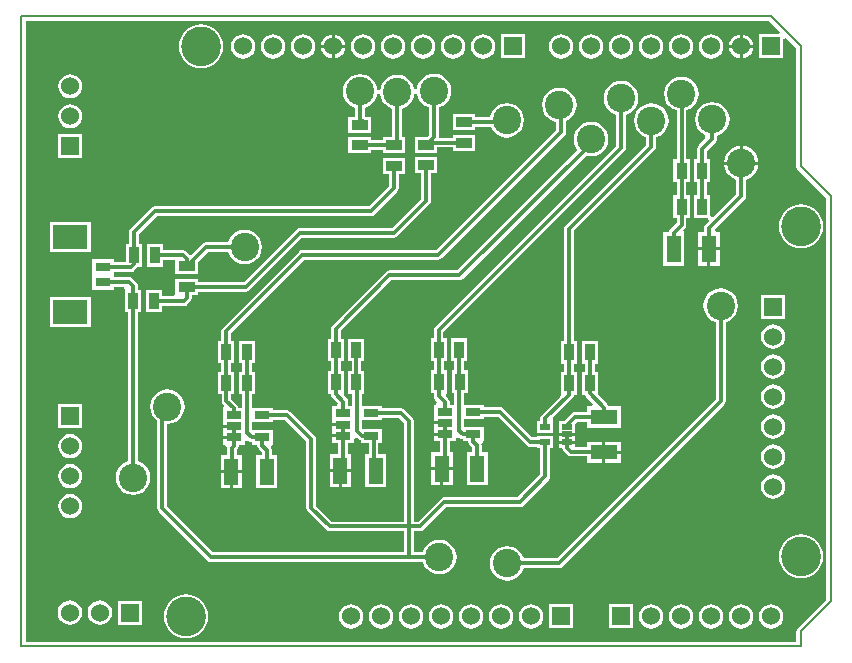
<source format=gtl>
G04 Layer_Physical_Order=1*
G04 Layer_Color=255*
%FSLAX24Y24*%
%MOIN*%
G70*
G01*
G75*
%ADD10R,0.0335X0.0551*%
%ADD11R,0.0512X0.0906*%
%ADD12R,0.0512X0.0276*%
%ADD13R,0.0551X0.0335*%
%ADD14R,0.0335X0.0197*%
%ADD15R,0.0906X0.0512*%
%ADD16R,0.0512X0.0315*%
%ADD17R,0.1181X0.0827*%
%ADD18C,0.0120*%
%ADD19C,0.0050*%
%ADD20C,0.0600*%
%ADD21R,0.0600X0.0600*%
%ADD22R,0.0600X0.0600*%
%ADD23C,0.1260*%
%ADD24C,0.0945*%
G36*
X25291Y20492D02*
X25253Y20400D01*
X24600D01*
Y19600D01*
X25400D01*
Y20253D01*
X25492Y20291D01*
X25847Y19937D01*
Y15990D01*
X25859Y15931D01*
X25892Y15882D01*
X26847Y14927D01*
Y1563D01*
X25892Y608D01*
X25859Y559D01*
X25847Y500D01*
Y153D01*
X153D01*
Y20847D01*
X24937D01*
X25291Y20492D01*
D02*
G37*
%LPC*%
G36*
X13981Y5871D02*
X13675D01*
Y5369D01*
X13981D01*
Y5871D01*
D02*
G37*
G36*
X10995Y5810D02*
X10689D01*
Y5307D01*
X10995D01*
Y5810D01*
D02*
G37*
G36*
X14387Y5871D02*
X14081D01*
Y5369D01*
X14387D01*
Y5871D01*
D02*
G37*
G36*
X19983Y6419D02*
X19480D01*
Y6113D01*
X19983D01*
Y6419D01*
D02*
G37*
G36*
X25070Y6733D02*
X24966Y6720D01*
X24868Y6679D01*
X24785Y6615D01*
X24721Y6532D01*
X24680Y6434D01*
X24667Y6330D01*
X24680Y6226D01*
X24721Y6128D01*
X24785Y6045D01*
X24868Y5981D01*
X24966Y5940D01*
X25070Y5927D01*
X25174Y5940D01*
X25272Y5981D01*
X25355Y6045D01*
X25419Y6128D01*
X25460Y6226D01*
X25473Y6330D01*
X25460Y6434D01*
X25419Y6532D01*
X25355Y6615D01*
X25272Y6679D01*
X25174Y6720D01*
X25070Y6733D01*
D02*
G37*
G36*
X1640Y6083D02*
X1536Y6070D01*
X1438Y6029D01*
X1355Y5965D01*
X1291Y5882D01*
X1250Y5784D01*
X1237Y5680D01*
X1250Y5576D01*
X1291Y5478D01*
X1355Y5395D01*
X1438Y5331D01*
X1536Y5290D01*
X1640Y5277D01*
X1744Y5290D01*
X1842Y5331D01*
X1925Y5395D01*
X1989Y5478D01*
X2030Y5576D01*
X2043Y5680D01*
X2030Y5784D01*
X1989Y5882D01*
X1925Y5965D01*
X1842Y6029D01*
X1744Y6070D01*
X1640Y6083D01*
D02*
G37*
G36*
X25070Y5733D02*
X24966Y5720D01*
X24868Y5679D01*
X24785Y5615D01*
X24721Y5532D01*
X24680Y5434D01*
X24667Y5330D01*
X24680Y5226D01*
X24721Y5128D01*
X24785Y5045D01*
X24868Y4981D01*
X24966Y4940D01*
X25070Y4927D01*
X25174Y4940D01*
X25272Y4981D01*
X25355Y5045D01*
X25419Y5128D01*
X25460Y5226D01*
X25473Y5330D01*
X25460Y5434D01*
X25419Y5532D01*
X25355Y5615D01*
X25272Y5679D01*
X25174Y5720D01*
X25070Y5733D01*
D02*
G37*
G36*
X6959Y5780D02*
X6653D01*
Y5277D01*
X6959D01*
Y5780D01*
D02*
G37*
G36*
X10589Y5810D02*
X10283D01*
Y5307D01*
X10589D01*
Y5810D01*
D02*
G37*
G36*
X7365Y5780D02*
X7059D01*
Y5277D01*
X7365D01*
Y5780D01*
D02*
G37*
G36*
X1640Y7083D02*
X1536Y7070D01*
X1438Y7029D01*
X1355Y6965D01*
X1291Y6882D01*
X1250Y6784D01*
X1237Y6680D01*
X1250Y6576D01*
X1291Y6478D01*
X1355Y6395D01*
X1438Y6331D01*
X1536Y6290D01*
X1640Y6277D01*
X1744Y6290D01*
X1842Y6331D01*
X1925Y6395D01*
X1989Y6478D01*
X2030Y6576D01*
X2043Y6680D01*
X2030Y6784D01*
X1989Y6882D01*
X1925Y6965D01*
X1842Y7029D01*
X1744Y7070D01*
X1640Y7083D01*
D02*
G37*
G36*
X25070Y8733D02*
X24966Y8720D01*
X24868Y8679D01*
X24785Y8615D01*
X24721Y8532D01*
X24680Y8434D01*
X24667Y8330D01*
X24680Y8226D01*
X24721Y8128D01*
X24785Y8045D01*
X24868Y7981D01*
X24966Y7940D01*
X25070Y7927D01*
X25174Y7940D01*
X25272Y7981D01*
X25355Y8045D01*
X25419Y8128D01*
X25460Y8226D01*
X25473Y8330D01*
X25460Y8434D01*
X25419Y8532D01*
X25355Y8615D01*
X25272Y8679D01*
X25174Y8720D01*
X25070Y8733D01*
D02*
G37*
G36*
X19222Y10176D02*
X18687D01*
Y9424D01*
X18791D01*
Y9146D01*
X18687D01*
Y8394D01*
X18800D01*
X18804Y8373D01*
X18839Y8320D01*
X19061Y8098D01*
X19023Y8006D01*
X18877D01*
Y7813D01*
X18460D01*
X18398Y7801D01*
X18345Y7765D01*
X18104Y7524D01*
X17937D01*
Y7127D01*
Y7120D01*
X18204D01*
X18471D01*
Y7127D01*
Y7431D01*
X18528Y7487D01*
X18877D01*
Y7294D01*
X19983D01*
Y8006D01*
X19584D01*
X19581Y8022D01*
X19545Y8075D01*
X19222Y8399D01*
Y9146D01*
X19118D01*
Y9424D01*
X19222D01*
Y10176D01*
D02*
G37*
G36*
X21010Y18107D02*
X20861Y18088D01*
X20721Y18030D01*
X20602Y17938D01*
X20510Y17819D01*
X20452Y17679D01*
X20433Y17530D01*
X20452Y17381D01*
X20510Y17241D01*
X20602Y17122D01*
X20721Y17030D01*
X20837Y16982D01*
Y16718D01*
X18150Y14031D01*
X18115Y13978D01*
X18102Y13916D01*
Y10176D01*
X17998D01*
Y9424D01*
X18102D01*
Y9146D01*
X17998D01*
Y8394D01*
X17998Y8394D01*
X17998D01*
X17953Y8314D01*
X17360Y7721D01*
X17325Y7668D01*
X17313Y7606D01*
Y7524D01*
X17208D01*
Y7127D01*
X17743D01*
Y7524D01*
X17743D01*
X17725Y7624D01*
X18381Y8280D01*
X18416Y8333D01*
X18428Y8394D01*
X18533D01*
Y9146D01*
X18429D01*
Y9424D01*
X18533D01*
Y10176D01*
X18429D01*
Y13848D01*
X21115Y16535D01*
X21151Y16588D01*
X21163Y16650D01*
Y16974D01*
X21299Y17030D01*
X21418Y17122D01*
X21510Y17241D01*
X21568Y17381D01*
X21587Y17530D01*
X21568Y17679D01*
X21510Y17819D01*
X21418Y17938D01*
X21299Y18030D01*
X21159Y18088D01*
X21010Y18107D01*
D02*
G37*
G36*
X25070Y10733D02*
X24966Y10720D01*
X24868Y10679D01*
X24785Y10615D01*
X24721Y10532D01*
X24680Y10434D01*
X24667Y10330D01*
X24680Y10226D01*
X24721Y10128D01*
X24785Y10045D01*
X24868Y9981D01*
X24966Y9940D01*
X25070Y9927D01*
X25174Y9940D01*
X25272Y9981D01*
X25355Y10045D01*
X25419Y10128D01*
X25460Y10226D01*
X25473Y10330D01*
X25460Y10434D01*
X25419Y10532D01*
X25355Y10615D01*
X25272Y10679D01*
X25174Y10720D01*
X25070Y10733D01*
D02*
G37*
G36*
Y9733D02*
X24966Y9720D01*
X24868Y9679D01*
X24785Y9615D01*
X24721Y9532D01*
X24680Y9434D01*
X24667Y9330D01*
X24680Y9226D01*
X24721Y9128D01*
X24785Y9045D01*
X24868Y8981D01*
X24966Y8940D01*
X25070Y8927D01*
X25174Y8940D01*
X25272Y8981D01*
X25355Y9045D01*
X25419Y9128D01*
X25460Y9226D01*
X25473Y9330D01*
X25460Y9434D01*
X25419Y9532D01*
X25355Y9615D01*
X25272Y9679D01*
X25174Y9720D01*
X25070Y9733D01*
D02*
G37*
G36*
X19380Y6825D02*
X18877D01*
Y6659D01*
X18471D01*
Y6764D01*
X18204D01*
X17937D01*
Y6616D01*
X18041D01*
X18053Y6553D01*
X18089Y6500D01*
X18209Y6380D01*
X18262Y6345D01*
X18324Y6333D01*
X18877D01*
Y6113D01*
X19380D01*
Y6469D01*
Y6825D01*
D02*
G37*
G36*
X19983D02*
X19480D01*
Y6519D01*
X19983D01*
Y6825D01*
D02*
G37*
G36*
X18471Y7020D02*
X18204D01*
X17937D01*
Y6872D01*
Y6864D01*
X18204D01*
X18471D01*
Y7020D01*
D02*
G37*
G36*
X2040Y8080D02*
X1240D01*
Y7280D01*
X2040D01*
Y8080D01*
D02*
G37*
G36*
X25070Y7733D02*
X24966Y7720D01*
X24868Y7679D01*
X24785Y7615D01*
X24721Y7532D01*
X24680Y7434D01*
X24667Y7330D01*
X24680Y7226D01*
X24721Y7128D01*
X24785Y7045D01*
X24868Y6981D01*
X24966Y6940D01*
X25070Y6927D01*
X25174Y6940D01*
X25272Y6981D01*
X25355Y7045D01*
X25419Y7128D01*
X25460Y7226D01*
X25473Y7330D01*
X25460Y7434D01*
X25419Y7532D01*
X25355Y7615D01*
X25272Y7679D01*
X25174Y7720D01*
X25070Y7733D01*
D02*
G37*
G36*
X16000Y1403D02*
X15896Y1390D01*
X15798Y1349D01*
X15715Y1285D01*
X15651Y1202D01*
X15610Y1104D01*
X15597Y1000D01*
X15610Y896D01*
X15651Y798D01*
X15715Y715D01*
X15798Y651D01*
X15896Y610D01*
X16000Y597D01*
X16104Y610D01*
X16202Y651D01*
X16285Y715D01*
X16349Y798D01*
X16390Y896D01*
X16403Y1000D01*
X16390Y1104D01*
X16349Y1202D01*
X16285Y1285D01*
X16202Y1349D01*
X16104Y1390D01*
X16000Y1403D01*
D02*
G37*
G36*
X15000D02*
X14896Y1390D01*
X14798Y1349D01*
X14715Y1285D01*
X14651Y1202D01*
X14610Y1104D01*
X14597Y1000D01*
X14610Y896D01*
X14651Y798D01*
X14715Y715D01*
X14798Y651D01*
X14896Y610D01*
X15000Y597D01*
X15104Y610D01*
X15202Y651D01*
X15285Y715D01*
X15349Y798D01*
X15390Y896D01*
X15403Y1000D01*
X15390Y1104D01*
X15349Y1202D01*
X15285Y1285D01*
X15202Y1349D01*
X15104Y1390D01*
X15000Y1403D01*
D02*
G37*
G36*
X17000D02*
X16896Y1390D01*
X16798Y1349D01*
X16715Y1285D01*
X16651Y1202D01*
X16610Y1104D01*
X16597Y1000D01*
X16610Y896D01*
X16651Y798D01*
X16715Y715D01*
X16798Y651D01*
X16896Y610D01*
X17000Y597D01*
X17104Y610D01*
X17202Y651D01*
X17285Y715D01*
X17349Y798D01*
X17390Y896D01*
X17403Y1000D01*
X17390Y1104D01*
X17349Y1202D01*
X17285Y1285D01*
X17202Y1349D01*
X17104Y1390D01*
X17000Y1403D01*
D02*
G37*
G36*
X22000D02*
X21896Y1390D01*
X21798Y1349D01*
X21715Y1285D01*
X21651Y1202D01*
X21610Y1104D01*
X21597Y1000D01*
X21610Y896D01*
X21651Y798D01*
X21715Y715D01*
X21798Y651D01*
X21896Y610D01*
X22000Y597D01*
X22104Y610D01*
X22202Y651D01*
X22285Y715D01*
X22349Y798D01*
X22390Y896D01*
X22403Y1000D01*
X22390Y1104D01*
X22349Y1202D01*
X22285Y1285D01*
X22202Y1349D01*
X22104Y1390D01*
X22000Y1403D01*
D02*
G37*
G36*
X21000D02*
X20896Y1390D01*
X20798Y1349D01*
X20715Y1285D01*
X20651Y1202D01*
X20610Y1104D01*
X20597Y1000D01*
X20610Y896D01*
X20651Y798D01*
X20715Y715D01*
X20798Y651D01*
X20896Y610D01*
X21000Y597D01*
X21104Y610D01*
X21202Y651D01*
X21285Y715D01*
X21349Y798D01*
X21390Y896D01*
X21403Y1000D01*
X21390Y1104D01*
X21349Y1202D01*
X21285Y1285D01*
X21202Y1349D01*
X21104Y1390D01*
X21000Y1403D01*
D02*
G37*
G36*
X11000D02*
X10896Y1390D01*
X10798Y1349D01*
X10715Y1285D01*
X10651Y1202D01*
X10610Y1104D01*
X10597Y1000D01*
X10610Y896D01*
X10651Y798D01*
X10715Y715D01*
X10798Y651D01*
X10896Y610D01*
X11000Y597D01*
X11104Y610D01*
X11202Y651D01*
X11285Y715D01*
X11349Y798D01*
X11390Y896D01*
X11403Y1000D01*
X11390Y1104D01*
X11349Y1202D01*
X11285Y1285D01*
X11202Y1349D01*
X11104Y1390D01*
X11000Y1403D01*
D02*
G37*
G36*
X5500Y1733D02*
X5357Y1719D01*
X5219Y1678D01*
X5093Y1610D01*
X4981Y1519D01*
X4890Y1407D01*
X4822Y1281D01*
X4781Y1143D01*
X4767Y1000D01*
X4781Y857D01*
X4822Y719D01*
X4890Y593D01*
X4981Y481D01*
X5093Y390D01*
X5219Y322D01*
X5357Y281D01*
X5500Y267D01*
X5643Y281D01*
X5781Y322D01*
X5907Y390D01*
X6019Y481D01*
X6110Y593D01*
X6178Y719D01*
X6219Y857D01*
X6233Y1000D01*
X6219Y1143D01*
X6178Y1281D01*
X6110Y1407D01*
X6019Y1519D01*
X5907Y1610D01*
X5781Y1678D01*
X5643Y1719D01*
X5500Y1733D01*
D02*
G37*
G36*
X12000Y1403D02*
X11896Y1390D01*
X11798Y1349D01*
X11715Y1285D01*
X11651Y1202D01*
X11610Y1104D01*
X11597Y1000D01*
X11610Y896D01*
X11651Y798D01*
X11715Y715D01*
X11798Y651D01*
X11896Y610D01*
X12000Y597D01*
X12104Y610D01*
X12202Y651D01*
X12285Y715D01*
X12349Y798D01*
X12390Y896D01*
X12403Y1000D01*
X12390Y1104D01*
X12349Y1202D01*
X12285Y1285D01*
X12202Y1349D01*
X12104Y1390D01*
X12000Y1403D01*
D02*
G37*
G36*
X14000D02*
X13896Y1390D01*
X13798Y1349D01*
X13715Y1285D01*
X13651Y1202D01*
X13610Y1104D01*
X13597Y1000D01*
X13610Y896D01*
X13651Y798D01*
X13715Y715D01*
X13798Y651D01*
X13896Y610D01*
X14000Y597D01*
X14104Y610D01*
X14202Y651D01*
X14285Y715D01*
X14349Y798D01*
X14390Y896D01*
X14403Y1000D01*
X14390Y1104D01*
X14349Y1202D01*
X14285Y1285D01*
X14202Y1349D01*
X14104Y1390D01*
X14000Y1403D01*
D02*
G37*
G36*
X13000D02*
X12896Y1390D01*
X12798Y1349D01*
X12715Y1285D01*
X12651Y1202D01*
X12610Y1104D01*
X12597Y1000D01*
X12610Y896D01*
X12651Y798D01*
X12715Y715D01*
X12798Y651D01*
X12896Y610D01*
X13000Y597D01*
X13104Y610D01*
X13202Y651D01*
X13285Y715D01*
X13349Y798D01*
X13390Y896D01*
X13403Y1000D01*
X13390Y1104D01*
X13349Y1202D01*
X13285Y1285D01*
X13202Y1349D01*
X13104Y1390D01*
X13000Y1403D01*
D02*
G37*
G36*
X23000D02*
X22896Y1390D01*
X22798Y1349D01*
X22715Y1285D01*
X22651Y1202D01*
X22610Y1104D01*
X22597Y1000D01*
X22610Y896D01*
X22651Y798D01*
X22715Y715D01*
X22798Y651D01*
X22896Y610D01*
X23000Y597D01*
X23104Y610D01*
X23202Y651D01*
X23285Y715D01*
X23349Y798D01*
X23390Y896D01*
X23403Y1000D01*
X23390Y1104D01*
X23349Y1202D01*
X23285Y1285D01*
X23202Y1349D01*
X23104Y1390D01*
X23000Y1403D01*
D02*
G37*
G36*
X4030Y1530D02*
X3230D01*
Y730D01*
X4030D01*
Y1530D01*
D02*
G37*
G36*
X2630Y1533D02*
X2526Y1520D01*
X2428Y1479D01*
X2345Y1415D01*
X2281Y1332D01*
X2240Y1234D01*
X2227Y1130D01*
X2240Y1026D01*
X2281Y928D01*
X2345Y845D01*
X2428Y781D01*
X2526Y740D01*
X2630Y727D01*
X2734Y740D01*
X2832Y781D01*
X2915Y845D01*
X2979Y928D01*
X3020Y1026D01*
X3033Y1130D01*
X3020Y1234D01*
X2979Y1332D01*
X2915Y1415D01*
X2832Y1479D01*
X2734Y1520D01*
X2630Y1533D01*
D02*
G37*
G36*
X26000Y3733D02*
X25857Y3719D01*
X25719Y3678D01*
X25593Y3610D01*
X25481Y3519D01*
X25390Y3407D01*
X25322Y3281D01*
X25281Y3143D01*
X25267Y3000D01*
X25281Y2857D01*
X25322Y2719D01*
X25390Y2593D01*
X25481Y2481D01*
X25593Y2390D01*
X25719Y2322D01*
X25857Y2281D01*
X26000Y2267D01*
X26143Y2281D01*
X26281Y2322D01*
X26407Y2390D01*
X26519Y2481D01*
X26610Y2593D01*
X26678Y2719D01*
X26719Y2857D01*
X26733Y3000D01*
X26719Y3143D01*
X26678Y3281D01*
X26610Y3407D01*
X26519Y3519D01*
X26407Y3610D01*
X26281Y3678D01*
X26143Y3719D01*
X26000Y3733D01*
D02*
G37*
G36*
X1640Y5083D02*
X1536Y5070D01*
X1438Y5029D01*
X1355Y4965D01*
X1291Y4882D01*
X1250Y4784D01*
X1237Y4680D01*
X1250Y4576D01*
X1291Y4478D01*
X1355Y4395D01*
X1438Y4331D01*
X1536Y4290D01*
X1640Y4277D01*
X1744Y4290D01*
X1842Y4331D01*
X1925Y4395D01*
X1989Y4478D01*
X2030Y4576D01*
X2043Y4680D01*
X2030Y4784D01*
X1989Y4882D01*
X1925Y4965D01*
X1842Y5029D01*
X1744Y5070D01*
X1640Y5083D01*
D02*
G37*
G36*
X23320Y11937D02*
X23171Y11918D01*
X23031Y11860D01*
X22912Y11768D01*
X22820Y11649D01*
X22762Y11509D01*
X22743Y11360D01*
X22762Y11211D01*
X22820Y11071D01*
X22912Y10952D01*
X23031Y10860D01*
X23157Y10808D01*
Y8238D01*
X17852Y2933D01*
X16752D01*
X16700Y3059D01*
X16608Y3178D01*
X16489Y3270D01*
X16349Y3328D01*
X16200Y3347D01*
X16051Y3328D01*
X15911Y3270D01*
X15792Y3178D01*
X15700Y3059D01*
X15642Y2919D01*
X15623Y2770D01*
X15642Y2621D01*
X15700Y2481D01*
X15792Y2362D01*
X15911Y2270D01*
X16051Y2212D01*
X16200Y2193D01*
X16349Y2212D01*
X16489Y2270D01*
X16608Y2362D01*
X16700Y2481D01*
X16752Y2607D01*
X17920D01*
X17982Y2619D01*
X18035Y2655D01*
X23435Y8055D01*
X23471Y8108D01*
X23483Y8170D01*
Y10808D01*
X23609Y10860D01*
X23728Y10952D01*
X23820Y11071D01*
X23878Y11211D01*
X23897Y11360D01*
X23878Y11509D01*
X23820Y11649D01*
X23728Y11768D01*
X23609Y11860D01*
X23469Y11918D01*
X23320Y11937D01*
D02*
G37*
G36*
X25000Y1403D02*
X24896Y1390D01*
X24798Y1349D01*
X24715Y1285D01*
X24651Y1202D01*
X24610Y1104D01*
X24597Y1000D01*
X24610Y896D01*
X24651Y798D01*
X24715Y715D01*
X24798Y651D01*
X24896Y610D01*
X25000Y597D01*
X25104Y610D01*
X25202Y651D01*
X25285Y715D01*
X25349Y798D01*
X25390Y896D01*
X25403Y1000D01*
X25390Y1104D01*
X25349Y1202D01*
X25285Y1285D01*
X25202Y1349D01*
X25104Y1390D01*
X25000Y1403D01*
D02*
G37*
G36*
X24000D02*
X23896Y1390D01*
X23798Y1349D01*
X23715Y1285D01*
X23651Y1202D01*
X23610Y1104D01*
X23597Y1000D01*
X23610Y896D01*
X23651Y798D01*
X23715Y715D01*
X23798Y651D01*
X23896Y610D01*
X24000Y597D01*
X24104Y610D01*
X24202Y651D01*
X24285Y715D01*
X24349Y798D01*
X24390Y896D01*
X24403Y1000D01*
X24390Y1104D01*
X24349Y1202D01*
X24285Y1285D01*
X24202Y1349D01*
X24104Y1390D01*
X24000Y1403D01*
D02*
G37*
G36*
X18400Y1400D02*
X17600D01*
Y600D01*
X18400D01*
Y1400D01*
D02*
G37*
G36*
X1630Y1533D02*
X1526Y1520D01*
X1428Y1479D01*
X1345Y1415D01*
X1281Y1332D01*
X1240Y1234D01*
X1227Y1130D01*
X1240Y1026D01*
X1281Y928D01*
X1345Y845D01*
X1428Y781D01*
X1526Y740D01*
X1630Y727D01*
X1734Y740D01*
X1832Y781D01*
X1915Y845D01*
X1979Y928D01*
X2020Y1026D01*
X2033Y1130D01*
X2020Y1234D01*
X1979Y1332D01*
X1915Y1415D01*
X1832Y1479D01*
X1734Y1520D01*
X1630Y1533D01*
D02*
G37*
G36*
X20400Y1400D02*
X19600D01*
Y600D01*
X20400D01*
Y1400D01*
D02*
G37*
G36*
X18000Y20403D02*
X17896Y20390D01*
X17798Y20349D01*
X17715Y20285D01*
X17651Y20202D01*
X17610Y20104D01*
X17597Y20000D01*
X17610Y19896D01*
X17651Y19798D01*
X17715Y19715D01*
X17798Y19651D01*
X17896Y19610D01*
X18000Y19597D01*
X18104Y19610D01*
X18202Y19651D01*
X18285Y19715D01*
X18349Y19798D01*
X18390Y19896D01*
X18403Y20000D01*
X18390Y20104D01*
X18349Y20202D01*
X18285Y20285D01*
X18202Y20349D01*
X18104Y20390D01*
X18000Y20403D01*
D02*
G37*
G36*
X15400D02*
X15296Y20390D01*
X15198Y20349D01*
X15115Y20285D01*
X15051Y20202D01*
X15010Y20104D01*
X14997Y20000D01*
X15010Y19896D01*
X15051Y19798D01*
X15115Y19715D01*
X15198Y19651D01*
X15296Y19610D01*
X15400Y19597D01*
X15504Y19610D01*
X15602Y19651D01*
X15685Y19715D01*
X15749Y19798D01*
X15790Y19896D01*
X15803Y20000D01*
X15790Y20104D01*
X15749Y20202D01*
X15685Y20285D01*
X15602Y20349D01*
X15504Y20390D01*
X15400Y20403D01*
D02*
G37*
G36*
X19000D02*
X18896Y20390D01*
X18798Y20349D01*
X18715Y20285D01*
X18651Y20202D01*
X18610Y20104D01*
X18597Y20000D01*
X18610Y19896D01*
X18651Y19798D01*
X18715Y19715D01*
X18798Y19651D01*
X18896Y19610D01*
X19000Y19597D01*
X19104Y19610D01*
X19202Y19651D01*
X19285Y19715D01*
X19349Y19798D01*
X19390Y19896D01*
X19403Y20000D01*
X19390Y20104D01*
X19349Y20202D01*
X19285Y20285D01*
X19202Y20349D01*
X19104Y20390D01*
X19000Y20403D01*
D02*
G37*
G36*
X21000D02*
X20896Y20390D01*
X20798Y20349D01*
X20715Y20285D01*
X20651Y20202D01*
X20610Y20104D01*
X20597Y20000D01*
X20610Y19896D01*
X20651Y19798D01*
X20715Y19715D01*
X20798Y19651D01*
X20896Y19610D01*
X21000Y19597D01*
X21104Y19610D01*
X21202Y19651D01*
X21285Y19715D01*
X21349Y19798D01*
X21390Y19896D01*
X21403Y20000D01*
X21390Y20104D01*
X21349Y20202D01*
X21285Y20285D01*
X21202Y20349D01*
X21104Y20390D01*
X21000Y20403D01*
D02*
G37*
G36*
X20000D02*
X19896Y20390D01*
X19798Y20349D01*
X19715Y20285D01*
X19651Y20202D01*
X19610Y20104D01*
X19597Y20000D01*
X19610Y19896D01*
X19651Y19798D01*
X19715Y19715D01*
X19798Y19651D01*
X19896Y19610D01*
X20000Y19597D01*
X20104Y19610D01*
X20202Y19651D01*
X20285Y19715D01*
X20349Y19798D01*
X20390Y19896D01*
X20403Y20000D01*
X20390Y20104D01*
X20349Y20202D01*
X20285Y20285D01*
X20202Y20349D01*
X20104Y20390D01*
X20000Y20403D01*
D02*
G37*
G36*
X11400D02*
X11296Y20390D01*
X11198Y20349D01*
X11115Y20285D01*
X11051Y20202D01*
X11010Y20104D01*
X10997Y20000D01*
X11010Y19896D01*
X11051Y19798D01*
X11115Y19715D01*
X11198Y19651D01*
X11296Y19610D01*
X11400Y19597D01*
X11504Y19610D01*
X11602Y19651D01*
X11685Y19715D01*
X11749Y19798D01*
X11790Y19896D01*
X11803Y20000D01*
X11790Y20104D01*
X11749Y20202D01*
X11685Y20285D01*
X11602Y20349D01*
X11504Y20390D01*
X11400Y20403D01*
D02*
G37*
G36*
X9400D02*
X9296Y20390D01*
X9198Y20349D01*
X9115Y20285D01*
X9051Y20202D01*
X9010Y20104D01*
X8997Y20000D01*
X9010Y19896D01*
X9051Y19798D01*
X9115Y19715D01*
X9198Y19651D01*
X9296Y19610D01*
X9400Y19597D01*
X9504Y19610D01*
X9602Y19651D01*
X9685Y19715D01*
X9749Y19798D01*
X9790Y19896D01*
X9803Y20000D01*
X9790Y20104D01*
X9749Y20202D01*
X9685Y20285D01*
X9602Y20349D01*
X9504Y20390D01*
X9400Y20403D01*
D02*
G37*
G36*
X12400D02*
X12296Y20390D01*
X12198Y20349D01*
X12115Y20285D01*
X12051Y20202D01*
X12010Y20104D01*
X11997Y20000D01*
X12010Y19896D01*
X12051Y19798D01*
X12115Y19715D01*
X12198Y19651D01*
X12296Y19610D01*
X12400Y19597D01*
X12504Y19610D01*
X12602Y19651D01*
X12685Y19715D01*
X12749Y19798D01*
X12790Y19896D01*
X12803Y20000D01*
X12790Y20104D01*
X12749Y20202D01*
X12685Y20285D01*
X12602Y20349D01*
X12504Y20390D01*
X12400Y20403D01*
D02*
G37*
G36*
X14400D02*
X14296Y20390D01*
X14198Y20349D01*
X14115Y20285D01*
X14051Y20202D01*
X14010Y20104D01*
X13997Y20000D01*
X14010Y19896D01*
X14051Y19798D01*
X14115Y19715D01*
X14198Y19651D01*
X14296Y19610D01*
X14400Y19597D01*
X14504Y19610D01*
X14602Y19651D01*
X14685Y19715D01*
X14749Y19798D01*
X14790Y19896D01*
X14803Y20000D01*
X14790Y20104D01*
X14749Y20202D01*
X14685Y20285D01*
X14602Y20349D01*
X14504Y20390D01*
X14400Y20403D01*
D02*
G37*
G36*
X13400D02*
X13296Y20390D01*
X13198Y20349D01*
X13115Y20285D01*
X13051Y20202D01*
X13010Y20104D01*
X12997Y20000D01*
X13010Y19896D01*
X13051Y19798D01*
X13115Y19715D01*
X13198Y19651D01*
X13296Y19610D01*
X13400Y19597D01*
X13504Y19610D01*
X13602Y19651D01*
X13685Y19715D01*
X13749Y19798D01*
X13790Y19896D01*
X13803Y20000D01*
X13790Y20104D01*
X13749Y20202D01*
X13685Y20285D01*
X13602Y20349D01*
X13504Y20390D01*
X13400Y20403D01*
D02*
G37*
G36*
X22000D02*
X21896Y20390D01*
X21798Y20349D01*
X21715Y20285D01*
X21651Y20202D01*
X21610Y20104D01*
X21597Y20000D01*
X21610Y19896D01*
X21651Y19798D01*
X21715Y19715D01*
X21798Y19651D01*
X21896Y19610D01*
X22000Y19597D01*
X22104Y19610D01*
X22202Y19651D01*
X22285Y19715D01*
X22349Y19798D01*
X22390Y19896D01*
X22403Y20000D01*
X22390Y20104D01*
X22349Y20202D01*
X22285Y20285D01*
X22202Y20349D01*
X22104Y20390D01*
X22000Y20403D01*
D02*
G37*
G36*
X10350Y20397D02*
X10296Y20390D01*
X10198Y20349D01*
X10115Y20285D01*
X10051Y20202D01*
X10010Y20104D01*
X10003Y20050D01*
X10350D01*
Y20397D01*
D02*
G37*
G36*
X24397Y19950D02*
X24050D01*
Y19603D01*
X24104Y19610D01*
X24202Y19651D01*
X24285Y19715D01*
X24349Y19798D01*
X24390Y19896D01*
X24397Y19950D01*
D02*
G37*
G36*
X23950Y20397D02*
X23896Y20390D01*
X23798Y20349D01*
X23715Y20285D01*
X23651Y20202D01*
X23610Y20104D01*
X23603Y20050D01*
X23950D01*
Y20397D01*
D02*
G37*
G36*
X24050D02*
Y20050D01*
X24397D01*
X24390Y20104D01*
X24349Y20202D01*
X24285Y20285D01*
X24202Y20349D01*
X24104Y20390D01*
X24050Y20397D01*
D02*
G37*
G36*
X10450D02*
Y20050D01*
X10797D01*
X10790Y20104D01*
X10749Y20202D01*
X10685Y20285D01*
X10602Y20349D01*
X10504Y20390D01*
X10450Y20397D01*
D02*
G37*
G36*
X16800Y20400D02*
X16000D01*
Y19600D01*
X16800D01*
Y20400D01*
D02*
G37*
G36*
X23000Y20403D02*
X22896Y20390D01*
X22798Y20349D01*
X22715Y20285D01*
X22651Y20202D01*
X22610Y20104D01*
X22597Y20000D01*
X22610Y19896D01*
X22651Y19798D01*
X22715Y19715D01*
X22798Y19651D01*
X22896Y19610D01*
X23000Y19597D01*
X23104Y19610D01*
X23202Y19651D01*
X23285Y19715D01*
X23349Y19798D01*
X23390Y19896D01*
X23403Y20000D01*
X23390Y20104D01*
X23349Y20202D01*
X23285Y20285D01*
X23202Y20349D01*
X23104Y20390D01*
X23000Y20403D01*
D02*
G37*
G36*
X23950Y19950D02*
X23603D01*
X23610Y19896D01*
X23651Y19798D01*
X23715Y19715D01*
X23798Y19651D01*
X23896Y19610D01*
X23950Y19603D01*
Y19950D01*
D02*
G37*
G36*
X10797D02*
X10450D01*
Y19603D01*
X10504Y19610D01*
X10602Y19651D01*
X10685Y19715D01*
X10749Y19798D01*
X10790Y19896D01*
X10797Y19950D01*
D02*
G37*
G36*
X10350D02*
X10003D01*
X10010Y19896D01*
X10051Y19798D01*
X10115Y19715D01*
X10198Y19651D01*
X10296Y19610D01*
X10350Y19603D01*
Y19950D01*
D02*
G37*
G36*
X8400Y20403D02*
X8296Y20390D01*
X8198Y20349D01*
X8115Y20285D01*
X8051Y20202D01*
X8010Y20104D01*
X7997Y20000D01*
X8010Y19896D01*
X8051Y19798D01*
X8115Y19715D01*
X8198Y19651D01*
X8296Y19610D01*
X8400Y19597D01*
X8504Y19610D01*
X8602Y19651D01*
X8685Y19715D01*
X8749Y19798D01*
X8790Y19896D01*
X8803Y20000D01*
X8790Y20104D01*
X8749Y20202D01*
X8685Y20285D01*
X8602Y20349D01*
X8504Y20390D01*
X8400Y20403D01*
D02*
G37*
G36*
X7450Y13887D02*
X7301Y13868D01*
X7161Y13810D01*
X7042Y13718D01*
X6950Y13599D01*
X6898Y13473D01*
X6156D01*
X6093Y13461D01*
X6040Y13425D01*
X5658Y13043D01*
X5635Y13045D01*
X5525Y13155D01*
X5472Y13191D01*
X5410Y13203D01*
X4722D01*
Y13416D01*
X4187D01*
Y12664D01*
X4722D01*
Y12877D01*
X5144D01*
Y12407D01*
X5896D01*
Y12819D01*
X6223Y13147D01*
X6898D01*
X6950Y13021D01*
X7042Y12902D01*
X7161Y12810D01*
X7301Y12752D01*
X7450Y12733D01*
X7599Y12752D01*
X7739Y12810D01*
X7858Y12902D01*
X7950Y13021D01*
X8008Y13161D01*
X8027Y13310D01*
X8008Y13459D01*
X7950Y13599D01*
X7858Y13718D01*
X7739Y13810D01*
X7599Y13868D01*
X7450Y13887D01*
D02*
G37*
G36*
X12806Y16278D02*
X12054D01*
Y15744D01*
X12267D01*
Y15348D01*
X11592Y14673D01*
X4460D01*
X4398Y14661D01*
X4345Y14625D01*
X3650Y13931D01*
X3615Y13878D01*
X3602Y13816D01*
Y13416D01*
X3498D01*
Y12805D01*
X3086D01*
Y12900D01*
X2374D01*
Y12385D01*
Y11893D01*
X3086D01*
Y11987D01*
X3426D01*
X3436Y11972D01*
X3468Y11886D01*
X3468D01*
Y11134D01*
X3572D01*
Y6178D01*
X3447Y6126D01*
X3327Y6034D01*
X3235Y5914D01*
X3178Y5775D01*
X3158Y5626D01*
X3178Y5476D01*
X3235Y5337D01*
X3327Y5217D01*
X3447Y5125D01*
X3586Y5068D01*
X3736Y5048D01*
X3885Y5068D01*
X4024Y5125D01*
X4144Y5217D01*
X4236Y5337D01*
X4293Y5476D01*
X4313Y5626D01*
X4293Y5775D01*
X4236Y5914D01*
X4144Y6034D01*
X4024Y6126D01*
X3899Y6178D01*
Y11134D01*
X4003D01*
Y11886D01*
X3899D01*
Y12014D01*
X3886Y12077D01*
X3851Y12130D01*
X3715Y12265D01*
X3662Y12301D01*
X3600Y12313D01*
X3086D01*
Y12479D01*
X3658D01*
X3720Y12491D01*
X3773Y12527D01*
X3881Y12635D01*
X3901Y12664D01*
X4033D01*
Y13416D01*
X3929D01*
Y13748D01*
X4528Y14347D01*
X11660D01*
X11722Y14359D01*
X11775Y14395D01*
X12545Y15165D01*
X12581Y15218D01*
X12593Y15280D01*
Y15744D01*
X12806D01*
Y16278D01*
D02*
G37*
G36*
X2338Y14159D02*
X957D01*
Y13133D01*
X2338D01*
Y14159D01*
D02*
G37*
G36*
X23040Y18147D02*
X22891Y18128D01*
X22751Y18070D01*
X22632Y17978D01*
X22540Y17859D01*
X22482Y17719D01*
X22463Y17570D01*
X22482Y17421D01*
X22540Y17281D01*
X22632Y17162D01*
X22751Y17070D01*
X22791Y17053D01*
X22815Y16935D01*
X22589Y16710D01*
X22554Y16657D01*
X22541Y16594D01*
Y16236D01*
X22437D01*
Y15484D01*
X22541D01*
Y15036D01*
X22437D01*
Y14284D01*
X22902D01*
X22944Y14184D01*
X22815Y14055D01*
X22779Y14002D01*
X22767Y13940D01*
Y13803D01*
X22574D01*
Y13300D01*
X22930D01*
X23286D01*
Y13803D01*
X23165D01*
X23123Y13903D01*
X24115Y14895D01*
X24151Y14948D01*
X24163Y15010D01*
X24163Y15010D01*
Y15554D01*
X24299Y15610D01*
X24418Y15702D01*
X24510Y15821D01*
X24568Y15961D01*
X24581Y16060D01*
X23439D01*
X23452Y15961D01*
X23510Y15821D01*
X23602Y15702D01*
X23721Y15610D01*
X23837Y15562D01*
Y15078D01*
X23072Y14313D01*
X22972Y14354D01*
Y15036D01*
X22868D01*
Y15484D01*
X22972D01*
Y16236D01*
X22868D01*
Y16527D01*
X23155Y16815D01*
X23191Y16868D01*
X23203Y16930D01*
Y17018D01*
X23329Y17070D01*
X23448Y17162D01*
X23540Y17281D01*
X23598Y17421D01*
X23617Y17570D01*
X23598Y17719D01*
X23540Y17859D01*
X23448Y17978D01*
X23329Y18070D01*
X23189Y18128D01*
X23040Y18147D01*
D02*
G37*
G36*
X26000Y14733D02*
X25857Y14719D01*
X25719Y14678D01*
X25593Y14610D01*
X25481Y14519D01*
X25390Y14407D01*
X25322Y14281D01*
X25281Y14143D01*
X25267Y14000D01*
X25281Y13857D01*
X25322Y13719D01*
X25390Y13593D01*
X25481Y13481D01*
X25593Y13390D01*
X25719Y13322D01*
X25857Y13281D01*
X26000Y13267D01*
X26143Y13281D01*
X26281Y13322D01*
X26407Y13390D01*
X26519Y13481D01*
X26610Y13593D01*
X26678Y13719D01*
X26719Y13857D01*
X26733Y14000D01*
X26719Y14143D01*
X26678Y14281D01*
X26610Y14407D01*
X26519Y14519D01*
X26407Y14610D01*
X26281Y14678D01*
X26143Y14719D01*
X26000Y14733D01*
D02*
G37*
G36*
X25470Y11730D02*
X24670D01*
Y10930D01*
X25470D01*
Y11730D01*
D02*
G37*
G36*
X2338Y11659D02*
X957D01*
Y10633D01*
X2338D01*
Y11659D01*
D02*
G37*
G36*
X13876Y16303D02*
X13124D01*
Y15768D01*
X13337D01*
Y14918D01*
X12372Y13953D01*
X9300D01*
X9238Y13941D01*
X9185Y13905D01*
X7428Y12149D01*
X5896D01*
Y12253D01*
X5144D01*
Y11718D01*
X5063Y11673D01*
X4692D01*
Y11886D01*
X4157D01*
Y11134D01*
X4692D01*
Y11347D01*
X5420D01*
X5482Y11359D01*
X5535Y11395D01*
X5645Y11505D01*
X5681Y11558D01*
X5693Y11620D01*
Y11718D01*
X5896D01*
Y11822D01*
X7496D01*
X7558Y11835D01*
X7611Y11870D01*
X9368Y13627D01*
X12440D01*
X12502Y13639D01*
X12555Y13675D01*
X13615Y14735D01*
X13651Y14788D01*
X13663Y14850D01*
Y15768D01*
X13876D01*
Y16303D01*
D02*
G37*
G36*
X23286Y13200D02*
X22980D01*
Y12697D01*
X23286D01*
Y13200D01*
D02*
G37*
G36*
X22880D02*
X22574D01*
Y12697D01*
X22880D01*
Y13200D01*
D02*
G37*
G36*
X22010Y18997D02*
X21861Y18978D01*
X21721Y18920D01*
X21602Y18828D01*
X21510Y18709D01*
X21452Y18569D01*
X21433Y18420D01*
X21452Y18271D01*
X21510Y18131D01*
X21602Y18012D01*
X21721Y17920D01*
X21852Y17866D01*
Y16236D01*
X21748D01*
Y15484D01*
X21852D01*
Y15036D01*
X21748D01*
Y14284D01*
X21852D01*
Y14123D01*
X21634Y13904D01*
X21598Y13851D01*
X21589Y13803D01*
X21393D01*
Y12697D01*
X22105D01*
Y13803D01*
X22105D01*
X22072Y13881D01*
X22131Y13940D01*
X22166Y13993D01*
X22179Y14056D01*
Y14284D01*
X22283D01*
Y15036D01*
X22179D01*
Y15484D01*
X22283D01*
Y16236D01*
X22179D01*
Y17870D01*
X22299Y17920D01*
X22418Y18012D01*
X22510Y18131D01*
X22568Y18271D01*
X22587Y18420D01*
X22568Y18569D01*
X22510Y18709D01*
X22418Y18828D01*
X22299Y18920D01*
X22159Y18978D01*
X22010Y18997D01*
D02*
G37*
G36*
X1640Y19073D02*
X1536Y19060D01*
X1438Y19019D01*
X1355Y18955D01*
X1291Y18872D01*
X1250Y18774D01*
X1237Y18670D01*
X1250Y18566D01*
X1291Y18468D01*
X1355Y18385D01*
X1438Y18321D01*
X1536Y18280D01*
X1640Y18267D01*
X1744Y18280D01*
X1842Y18321D01*
X1925Y18385D01*
X1989Y18468D01*
X2030Y18566D01*
X2043Y18670D01*
X2030Y18774D01*
X1989Y18872D01*
X1925Y18955D01*
X1842Y19019D01*
X1744Y19060D01*
X1640Y19073D01*
D02*
G37*
G36*
X16190Y18117D02*
X16041Y18098D01*
X15901Y18040D01*
X15782Y17948D01*
X15690Y17829D01*
X15632Y17689D01*
X15627Y17648D01*
X15136D01*
Y17752D01*
X14384D01*
Y17217D01*
X15136D01*
Y17321D01*
X15661D01*
X15690Y17251D01*
X15782Y17132D01*
X15901Y17040D01*
X16041Y16982D01*
X16190Y16963D01*
X16339Y16982D01*
X16479Y17040D01*
X16598Y17132D01*
X16690Y17251D01*
X16748Y17391D01*
X16767Y17540D01*
X16748Y17689D01*
X16690Y17829D01*
X16598Y17948D01*
X16479Y18040D01*
X16339Y18098D01*
X16190Y18117D01*
D02*
G37*
G36*
X13770Y19097D02*
X13621Y19078D01*
X13481Y19020D01*
X13362Y18928D01*
X13270Y18809D01*
X13212Y18669D01*
X13203Y18597D01*
X13102D01*
X13098Y18629D01*
X13040Y18769D01*
X12948Y18888D01*
X12829Y18980D01*
X12689Y19038D01*
X12540Y19057D01*
X12391Y19038D01*
X12251Y18980D01*
X12132Y18888D01*
X12040Y18769D01*
X11982Y18629D01*
X11972Y18549D01*
X11871D01*
X11858Y18649D01*
X11800Y18789D01*
X11708Y18908D01*
X11589Y19000D01*
X11449Y19058D01*
X11300Y19077D01*
X11151Y19058D01*
X11011Y19000D01*
X10892Y18908D01*
X10800Y18789D01*
X10742Y18649D01*
X10723Y18500D01*
X10742Y18351D01*
X10800Y18211D01*
X10892Y18092D01*
X11011Y18000D01*
X11127Y17952D01*
Y17662D01*
X10914D01*
Y17127D01*
X11666D01*
Y17662D01*
X11453D01*
Y17944D01*
X11589Y18000D01*
X11708Y18092D01*
X11800Y18211D01*
X11858Y18351D01*
X11868Y18431D01*
X11969D01*
X11982Y18331D01*
X12040Y18191D01*
X12132Y18072D01*
X12251Y17980D01*
X12377Y17928D01*
Y16967D01*
X12054D01*
Y16869D01*
X11666D01*
Y16973D01*
X10914D01*
Y16438D01*
X11666D01*
Y16542D01*
X12054D01*
Y16433D01*
X12806D01*
Y16967D01*
X12703D01*
Y17928D01*
X12829Y17980D01*
X12948Y18072D01*
X13040Y18191D01*
X13098Y18331D01*
X13107Y18403D01*
X13208D01*
X13212Y18371D01*
X13270Y18231D01*
X13362Y18112D01*
X13481Y18020D01*
X13607Y17968D01*
Y17062D01*
X13537Y16992D01*
X13124D01*
Y16457D01*
X13876D01*
Y16632D01*
X14384D01*
Y16528D01*
X15136D01*
Y17063D01*
X14384D01*
Y16959D01*
X13963D01*
X13933Y16994D01*
X13933Y16994D01*
Y17968D01*
X14059Y18020D01*
X14178Y18112D01*
X14270Y18231D01*
X14328Y18371D01*
X14347Y18520D01*
X14328Y18669D01*
X14270Y18809D01*
X14178Y18928D01*
X14059Y19020D01*
X13919Y19078D01*
X13770Y19097D01*
D02*
G37*
G36*
X7400Y20403D02*
X7296Y20390D01*
X7198Y20349D01*
X7115Y20285D01*
X7051Y20202D01*
X7010Y20104D01*
X6997Y20000D01*
X7010Y19896D01*
X7051Y19798D01*
X7115Y19715D01*
X7198Y19651D01*
X7296Y19610D01*
X7400Y19597D01*
X7504Y19610D01*
X7602Y19651D01*
X7685Y19715D01*
X7749Y19798D01*
X7790Y19896D01*
X7803Y20000D01*
X7790Y20104D01*
X7749Y20202D01*
X7685Y20285D01*
X7602Y20349D01*
X7504Y20390D01*
X7400Y20403D01*
D02*
G37*
G36*
X6000Y20733D02*
X5857Y20719D01*
X5719Y20678D01*
X5593Y20610D01*
X5481Y20519D01*
X5390Y20407D01*
X5322Y20281D01*
X5281Y20143D01*
X5267Y20000D01*
X5281Y19857D01*
X5322Y19719D01*
X5390Y19593D01*
X5481Y19481D01*
X5593Y19390D01*
X5719Y19322D01*
X5857Y19281D01*
X6000Y19267D01*
X6143Y19281D01*
X6281Y19322D01*
X6407Y19390D01*
X6519Y19481D01*
X6610Y19593D01*
X6678Y19719D01*
X6719Y19857D01*
X6733Y20000D01*
X6719Y20143D01*
X6678Y20281D01*
X6610Y20407D01*
X6519Y20519D01*
X6407Y20610D01*
X6281Y20678D01*
X6143Y20719D01*
X6000Y20733D01*
D02*
G37*
G36*
X24060Y16681D02*
Y16160D01*
X24581D01*
X24568Y16259D01*
X24510Y16399D01*
X24418Y16518D01*
X24299Y16610D01*
X24159Y16668D01*
X24060Y16681D01*
D02*
G37*
G36*
X23960D02*
X23861Y16668D01*
X23721Y16610D01*
X23602Y16518D01*
X23510Y16399D01*
X23452Y16259D01*
X23439Y16160D01*
X23960D01*
Y16681D01*
D02*
G37*
G36*
X2040Y17070D02*
X1240D01*
Y16270D01*
X2040D01*
Y17070D01*
D02*
G37*
G36*
X1640Y18073D02*
X1536Y18060D01*
X1438Y18019D01*
X1355Y17955D01*
X1291Y17872D01*
X1250Y17774D01*
X1237Y17670D01*
X1250Y17566D01*
X1291Y17468D01*
X1355Y17385D01*
X1438Y17321D01*
X1536Y17280D01*
X1640Y17267D01*
X1744Y17280D01*
X1842Y17321D01*
X1925Y17385D01*
X1989Y17468D01*
X2030Y17566D01*
X2043Y17670D01*
X2030Y17774D01*
X1989Y17872D01*
X1925Y17955D01*
X1842Y18019D01*
X1744Y18060D01*
X1640Y18073D01*
D02*
G37*
G36*
X20000Y18857D02*
X19851Y18838D01*
X19711Y18780D01*
X19592Y18688D01*
X19500Y18569D01*
X19442Y18429D01*
X19423Y18280D01*
X19442Y18131D01*
X19500Y17991D01*
X19592Y17872D01*
X19711Y17780D01*
X19837Y17728D01*
Y16688D01*
X13803Y10653D01*
X13767Y10600D01*
X13755Y10538D01*
Y10267D01*
X13651D01*
Y9516D01*
X13765D01*
Y9207D01*
X13661D01*
Y8456D01*
X13765D01*
Y8346D01*
X13777Y8283D01*
X13813Y8230D01*
X13880Y8163D01*
X13838Y8063D01*
X13774D01*
Y7588D01*
Y7501D01*
X14130D01*
Y7401D01*
X13774D01*
Y7214D01*
Y7127D01*
X14130D01*
Y7027D01*
X13774D01*
Y6840D01*
X13967D01*
Y6474D01*
X13675D01*
Y5971D01*
X14031D01*
X14387D01*
Y6474D01*
X14293D01*
Y6840D01*
X14486D01*
Y6936D01*
X14586Y6977D01*
X14601Y6962D01*
X14654Y6927D01*
X14716Y6914D01*
X14719D01*
Y6840D01*
X14912D01*
Y6819D01*
X14924Y6756D01*
X14960Y6704D01*
X15029Y6634D01*
Y6474D01*
X14857D01*
Y5369D01*
X15568D01*
Y6474D01*
X15356D01*
Y6701D01*
X15356Y6701D01*
X15348Y6740D01*
X15390Y6814D01*
X15413Y6840D01*
X15431D01*
Y7315D01*
X14770D01*
Y7588D01*
X15431D01*
Y7662D01*
X15887D01*
X16851Y6699D01*
X16903Y6663D01*
X16966Y6651D01*
X17208D01*
Y6616D01*
X17313D01*
Y5733D01*
X16552Y4973D01*
X14110D01*
X14048Y4961D01*
X13995Y4925D01*
X13232Y4163D01*
X13083D01*
Y7520D01*
X13071Y7582D01*
X13035Y7635D01*
X12785Y7885D01*
X12732Y7921D01*
X12670Y7933D01*
X12036D01*
Y8008D01*
X11373D01*
Y8424D01*
X11447D01*
Y9176D01*
X11343D01*
Y9504D01*
X11442D01*
Y10256D01*
X10907D01*
Y9504D01*
X11017D01*
Y9176D01*
X10913D01*
Y8424D01*
X11047D01*
Y8008D01*
X10898D01*
Y8155D01*
X10886Y8218D01*
X10850Y8270D01*
X10740Y8381D01*
X10758Y8424D01*
X10758D01*
Y9176D01*
X10649D01*
Y9504D01*
X10753D01*
Y10256D01*
X10649D01*
Y10508D01*
X12348Y12207D01*
X14610D01*
X14672Y12219D01*
X14725Y12255D01*
X18831Y16360D01*
X18851Y16352D01*
X19000Y16333D01*
X19149Y16352D01*
X19289Y16410D01*
X19408Y16502D01*
X19500Y16621D01*
X19558Y16761D01*
X19577Y16910D01*
X19558Y17059D01*
X19500Y17199D01*
X19408Y17318D01*
X19289Y17410D01*
X19149Y17468D01*
X19000Y17487D01*
X18851Y17468D01*
X18711Y17410D01*
X18592Y17318D01*
X18500Y17199D01*
X18442Y17059D01*
X18423Y16910D01*
X18442Y16761D01*
X18500Y16621D01*
X18557Y16547D01*
X14542Y12533D01*
X12280D01*
X12218Y12521D01*
X12165Y12485D01*
X10370Y10691D01*
X10335Y10638D01*
X10322Y10576D01*
Y10256D01*
X10218D01*
Y9504D01*
X10322D01*
Y9176D01*
X10224D01*
Y8424D01*
X10322D01*
Y8405D01*
X10335Y8342D01*
X10370Y8289D01*
X10552Y8108D01*
X10523Y8008D01*
X10379D01*
Y7532D01*
Y7446D01*
X10735D01*
Y7346D01*
X10379D01*
Y7158D01*
Y7072D01*
X10735D01*
Y6972D01*
X10379D01*
Y6784D01*
X10572D01*
Y6413D01*
X10283D01*
Y5910D01*
X10639D01*
X10995D01*
Y6413D01*
X10898D01*
Y6784D01*
X11091D01*
Y6927D01*
X11191Y6968D01*
X11253Y6907D01*
X11306Y6871D01*
X11324Y6868D01*
Y6784D01*
X11587D01*
Y6413D01*
X11464D01*
Y5307D01*
X12176D01*
Y6413D01*
X11913D01*
Y6784D01*
X12036D01*
Y7260D01*
X11373D01*
Y7532D01*
X12036D01*
Y7607D01*
X12602D01*
X12757Y7452D01*
Y4163D01*
X10358D01*
X9833Y4688D01*
Y6910D01*
X9821Y6972D01*
X9785Y7025D01*
X8981Y7829D01*
X8928Y7865D01*
X8866Y7877D01*
X8398D01*
Y7952D01*
X7698D01*
Y8404D01*
X7802D01*
Y9156D01*
X7698D01*
Y9434D01*
X7792D01*
Y10186D01*
X7257D01*
Y9434D01*
X7371D01*
Y9156D01*
X7267D01*
Y8404D01*
X7371D01*
Y7952D01*
X7257D01*
X7248Y7995D01*
X7213Y8048D01*
X7009Y8252D01*
Y8404D01*
X7113D01*
Y9156D01*
X6999D01*
Y9434D01*
X7103D01*
Y10186D01*
X6999D01*
Y10448D01*
X9438Y12887D01*
X13910D01*
X13972Y12899D01*
X14025Y12935D01*
X18115Y17025D01*
X18151Y17078D01*
X18163Y17140D01*
Y17523D01*
X18229Y17550D01*
X18348Y17642D01*
X18440Y17761D01*
X18498Y17901D01*
X18517Y18050D01*
X18498Y18199D01*
X18440Y18339D01*
X18348Y18458D01*
X18229Y18550D01*
X18089Y18608D01*
X17940Y18627D01*
X17791Y18608D01*
X17651Y18550D01*
X17532Y18458D01*
X17440Y18339D01*
X17382Y18199D01*
X17363Y18050D01*
X17382Y17901D01*
X17440Y17761D01*
X17532Y17642D01*
X17651Y17550D01*
X17791Y17492D01*
X17837Y17486D01*
Y17208D01*
X13842Y13213D01*
X9370D01*
X9308Y13201D01*
X9255Y13165D01*
X6720Y10631D01*
X6685Y10578D01*
X6672Y10516D01*
Y10186D01*
X6568D01*
Y9434D01*
X6672D01*
Y9156D01*
X6578D01*
Y8404D01*
X6682D01*
Y8184D01*
X6695Y8122D01*
X6730Y8069D01*
X6773Y8027D01*
X6742Y7952D01*
X6742D01*
Y7476D01*
Y7390D01*
X7098D01*
Y7290D01*
X6742D01*
Y7102D01*
Y7016D01*
X7098D01*
Y6916D01*
X6742D01*
Y6728D01*
X6786D01*
X6803Y6717D01*
X6860Y6628D01*
X6857Y6610D01*
Y6383D01*
X6653D01*
Y5880D01*
X7009D01*
X7365D01*
Y6383D01*
X7183D01*
Y6542D01*
X7213Y6572D01*
X7248Y6625D01*
X7261Y6688D01*
Y6728D01*
X7453D01*
Y6835D01*
X7546Y6873D01*
X7569Y6851D01*
X7622Y6815D01*
X7684Y6803D01*
X7687D01*
Y6728D01*
X7879D01*
Y6698D01*
X7892Y6635D01*
X7927Y6582D01*
X8027Y6483D01*
X8026Y6383D01*
X7834D01*
Y5277D01*
X8546D01*
Y6383D01*
X8353D01*
Y6550D01*
X8341Y6612D01*
X8330Y6628D01*
X8378Y6728D01*
X8398D01*
Y7204D01*
X7698D01*
Y7476D01*
X8398D01*
Y7551D01*
X8798D01*
X9507Y6842D01*
Y4620D01*
X9519Y4558D01*
X9555Y4505D01*
X10175Y3885D01*
X10228Y3849D01*
X10290Y3837D01*
X12757D01*
Y3143D01*
X6388D01*
X4863Y4668D01*
Y7398D01*
X4880Y7413D01*
X5029Y7432D01*
X5169Y7490D01*
X5288Y7582D01*
X5380Y7701D01*
X5438Y7841D01*
X5457Y7990D01*
X5438Y8139D01*
X5380Y8279D01*
X5288Y8398D01*
X5169Y8490D01*
X5029Y8548D01*
X4880Y8567D01*
X4731Y8548D01*
X4591Y8490D01*
X4472Y8398D01*
X4380Y8279D01*
X4322Y8139D01*
X4303Y7990D01*
X4322Y7841D01*
X4380Y7701D01*
X4472Y7582D01*
X4537Y7532D01*
Y4600D01*
X4549Y4538D01*
X4585Y4485D01*
X6205Y2865D01*
X6258Y2829D01*
X6320Y2817D01*
X13388D01*
X13440Y2691D01*
X13532Y2572D01*
X13651Y2480D01*
X13791Y2422D01*
X13940Y2403D01*
X14089Y2422D01*
X14229Y2480D01*
X14348Y2572D01*
X14440Y2691D01*
X14498Y2831D01*
X14517Y2980D01*
X14498Y3129D01*
X14440Y3269D01*
X14348Y3388D01*
X14229Y3480D01*
X14089Y3538D01*
X13940Y3557D01*
X13791Y3538D01*
X13651Y3480D01*
X13532Y3388D01*
X13440Y3269D01*
X13388Y3143D01*
X13083D01*
Y3837D01*
X13300D01*
X13362Y3849D01*
X13415Y3885D01*
X14178Y4647D01*
X16620D01*
X16682Y4659D01*
X16735Y4695D01*
X17591Y5550D01*
X17627Y5603D01*
X17639Y5666D01*
Y6616D01*
X17743D01*
Y7013D01*
X17208D01*
Y6977D01*
X17033D01*
X16070Y7941D01*
X16017Y7976D01*
X15955Y7988D01*
X15431D01*
Y8063D01*
X14770D01*
Y8456D01*
X14884D01*
Y9207D01*
X14770D01*
Y9516D01*
X14874D01*
Y10267D01*
X14340D01*
Y9516D01*
X14444D01*
Y9207D01*
X14350D01*
Y8456D01*
X14444D01*
Y8063D01*
X14293D01*
Y8144D01*
X14281Y8206D01*
X14245Y8259D01*
X14149Y8356D01*
X14190Y8456D01*
X14195D01*
Y9207D01*
X14091D01*
Y9516D01*
X14185D01*
Y10267D01*
X14081D01*
Y10470D01*
X20115Y16505D01*
X20151Y16558D01*
X20163Y16620D01*
Y17728D01*
X20289Y17780D01*
X20408Y17872D01*
X20500Y17991D01*
X20558Y18131D01*
X20577Y18280D01*
X20558Y18429D01*
X20500Y18569D01*
X20408Y18688D01*
X20289Y18780D01*
X20149Y18838D01*
X20000Y18857D01*
D02*
G37*
%LPD*%
D10*
X22016Y15860D02*
D03*
X22704D02*
D03*
X22016Y14660D02*
D03*
X22704D02*
D03*
X4424Y11510D02*
D03*
X3736D02*
D03*
X4454Y13040D02*
D03*
X3766D02*
D03*
X18954Y9800D02*
D03*
X18266D02*
D03*
X18954Y8770D02*
D03*
X18266D02*
D03*
X11174Y9880D02*
D03*
X10486D02*
D03*
X11180Y8800D02*
D03*
X10491D02*
D03*
X7524Y9810D02*
D03*
X6836D02*
D03*
X7534Y8780D02*
D03*
X6846D02*
D03*
X14607Y9891D02*
D03*
X13918D02*
D03*
X14617Y8831D02*
D03*
X13928D02*
D03*
D11*
X21749Y13250D02*
D03*
X22930D02*
D03*
X11820Y5860D02*
D03*
X10639D02*
D03*
X15212Y5921D02*
D03*
X14031D02*
D03*
X8190Y5830D02*
D03*
X7009D02*
D03*
D12*
X10735Y7770D02*
D03*
Y7396D02*
D03*
Y7022D02*
D03*
X11680D02*
D03*
Y7770D02*
D03*
X7098Y7714D02*
D03*
Y7340D02*
D03*
Y6966D02*
D03*
X8042D02*
D03*
Y7714D02*
D03*
X14130Y7825D02*
D03*
Y7451D02*
D03*
Y7077D02*
D03*
X15075D02*
D03*
Y7825D02*
D03*
D13*
X14760Y17484D02*
D03*
Y16796D02*
D03*
X11290Y16706D02*
D03*
Y17394D02*
D03*
X12430Y16011D02*
D03*
Y16700D02*
D03*
X13500Y16036D02*
D03*
Y16724D02*
D03*
X5520Y12674D02*
D03*
Y11986D02*
D03*
D14*
X17476Y6814D02*
D03*
Y7326D02*
D03*
X18204Y7070D02*
D03*
Y7326D02*
D03*
Y6814D02*
D03*
D15*
X19430Y7650D02*
D03*
Y6469D02*
D03*
D16*
X2730Y12150D02*
D03*
Y12642D02*
D03*
D17*
X1647Y11146D02*
D03*
Y13646D02*
D03*
D18*
X18324Y6496D02*
X19430D01*
X12440Y13790D02*
X13500Y14850D01*
X9300Y13790D02*
X12440D01*
X7496Y11986D02*
X9300Y13790D01*
X10486Y8405D02*
Y9880D01*
X14610Y12370D02*
X19000Y16760D01*
Y16910D01*
X13918Y9891D02*
Y10538D01*
X20000Y16620D02*
Y18280D01*
X13918Y10538D02*
X20000Y16620D01*
X12280Y12370D02*
X14610D01*
X10486Y10576D02*
X12280Y12370D01*
X9370Y13050D02*
X13910D01*
X6836Y10516D02*
X9370Y13050D01*
X6836Y9810D02*
Y10516D01*
X13910Y13050D02*
X18000Y17140D01*
Y17990D01*
X5520Y11986D02*
X7496D01*
X13500Y14850D02*
Y16036D01*
X4700Y7810D02*
X4880Y7990D01*
X4700Y4600D02*
Y7810D01*
Y4600D02*
X6320Y2980D01*
X16134Y17484D02*
X16190Y17540D01*
X14760Y17484D02*
X16134D01*
X3736Y5626D02*
Y11510D01*
X13571Y16796D02*
X13770Y16994D01*
X13500Y16724D02*
X13571Y16796D01*
X13770Y16994D02*
Y18520D01*
X12424Y16706D02*
X12540Y16821D01*
X24000Y16100D02*
X24010Y16110D01*
X24000Y15010D02*
Y16100D01*
X22704Y15860D02*
Y16594D01*
X23040Y16930D01*
Y17570D01*
X22010Y18420D02*
X22016Y18414D01*
Y15860D02*
Y18414D01*
X21000Y17520D02*
X21010Y17530D01*
X21000Y16650D02*
Y17520D01*
X17940Y18050D02*
X18000Y17990D01*
X12540Y16821D02*
Y18480D01*
X11290Y18490D02*
X11300Y18500D01*
X11290Y17394D02*
Y18490D01*
X22930Y13940D02*
X24000Y15010D01*
X22930Y13250D02*
Y13940D01*
X22704Y14660D02*
Y15860D01*
X22016Y14056D02*
Y14660D01*
X21749Y13789D02*
X22016Y14056D01*
X21749Y13250D02*
Y13789D01*
X22016Y14660D02*
Y15860D01*
X16200Y2770D02*
X17920D01*
X23320Y8170D01*
Y11360D01*
X6156Y13310D02*
X7450D01*
X5520Y12674D02*
X6156Y13310D01*
X12920Y2980D02*
X13940D01*
X6320D02*
X12920D01*
Y4000D01*
X14110Y4810D02*
X16620D01*
X13300Y4000D02*
X14110Y4810D01*
X12920Y4000D02*
X13300D01*
X16620Y4810D02*
X17476Y5666D01*
Y6814D01*
X12920Y4000D02*
Y7520D01*
X10290Y4000D02*
X12920D01*
X9670Y4620D02*
X10290Y4000D01*
X9670Y4620D02*
Y6910D01*
X8866Y7714D02*
X9670Y6910D01*
X8042Y7714D02*
X8866D01*
X12670Y7770D02*
X12920Y7520D01*
X11680Y7770D02*
X12670D01*
X16966Y6814D02*
X17476D01*
X15955Y7825D02*
X16966Y6814D01*
X15075Y7825D02*
X15955D01*
X10486Y9880D02*
Y10576D01*
X18266Y13916D02*
X21000Y16650D01*
X18266Y9800D02*
Y13916D01*
X7524Y9810D02*
X7534Y9800D01*
Y8780D02*
Y9800D01*
X6836Y8790D02*
X6846Y8780D01*
X6836Y8790D02*
Y9810D01*
X14607Y7187D02*
Y9891D01*
X7534Y7116D02*
Y8780D01*
X6846Y8184D02*
Y8780D01*
X8042Y6698D02*
Y6966D01*
X7020Y6610D02*
X7098Y6688D01*
Y6966D01*
Y7340D01*
X12430Y15280D02*
Y16011D01*
X11660Y14510D02*
X12430Y15280D01*
X4460Y14510D02*
X11660D01*
X3766Y13816D02*
X4460Y14510D01*
X3766Y13040D02*
Y13816D01*
X13571Y16796D02*
X14760D01*
X11290Y16706D02*
X12424D01*
X12400Y20000D02*
X12430Y19970D01*
X11290Y17394D02*
X11400Y17504D01*
X5520Y12674D02*
Y12930D01*
X5410Y13040D02*
X5520Y12930D01*
X4454Y13040D02*
X5410D01*
X5530Y11620D02*
Y11886D01*
X5420Y11510D02*
X5530Y11620D01*
X4424Y11510D02*
X5420D01*
X3736D02*
Y12014D01*
X3600Y12150D02*
X3736Y12014D01*
X2730Y12150D02*
X3600D01*
X3766Y12750D02*
Y13040D01*
X3658Y12642D02*
X3766Y12750D01*
X2730Y12642D02*
X3658D01*
X11750Y5930D02*
X11820Y5860D01*
X11750Y5930D02*
Y6952D01*
X11680Y7022D02*
X11750Y6952D01*
X10735Y5956D02*
Y7022D01*
Y7396D01*
X10639Y5860D02*
X10735Y5956D01*
X18460Y7650D02*
X19430D01*
X18204Y7394D02*
X18460Y7650D01*
X18204Y7326D02*
Y7394D01*
X18266Y8396D02*
Y8770D01*
X17476Y7606D02*
X18266Y8396D01*
X19430Y7650D02*
Y7960D01*
X18954Y8436D02*
X19430Y7960D01*
X18954Y8436D02*
Y8770D01*
Y9800D01*
X18266Y8770D02*
Y9800D01*
X17476Y7326D02*
Y7606D01*
X18204Y6616D02*
Y6814D01*
Y6616D02*
X18324Y6496D01*
X19430Y6469D02*
Y6496D01*
X18204Y6814D02*
Y7070D01*
X11180Y8800D02*
Y9874D01*
X11174Y9880D02*
X11180Y9874D01*
Y8800D02*
X11210Y8770D01*
Y7180D02*
Y8770D01*
Y7180D02*
X11368Y7022D01*
X11680D01*
X10486Y8405D02*
X10735Y8155D01*
Y7770D02*
Y8155D01*
X7684Y6966D02*
X8042D01*
X7534Y7116D02*
X7684Y6966D01*
X6846Y8184D02*
X7098Y7932D01*
Y7714D02*
Y7932D01*
X8190Y5830D02*
Y6550D01*
X8042Y6698D02*
X8190Y6550D01*
X7009Y5830D02*
X7020Y5841D01*
Y6610D01*
X14716Y7077D02*
X15075D01*
X14607Y7187D02*
X14716Y7077D01*
X14130Y7825D02*
Y8144D01*
X13928Y8346D02*
X14130Y8144D01*
X13928Y8346D02*
Y8831D01*
X13918Y9891D02*
X13928Y9881D01*
Y8831D02*
Y9881D01*
X14130Y6020D02*
Y7077D01*
Y7451D01*
X14031Y5921D02*
X14130Y6020D01*
X15192Y5941D02*
X15212Y5921D01*
X15192Y5941D02*
Y6701D01*
X15075Y6819D02*
X15192Y6701D01*
X15075Y6819D02*
Y7077D01*
D19*
X6630Y20000D02*
G03*
X6630Y20000I-630J0D01*
G01*
X26630Y3000D02*
G03*
X26630Y3000I-630J0D01*
G01*
X6130Y1000D02*
G03*
X6130Y1000I-630J0D01*
G01*
X26630Y14000D02*
G03*
X26630Y14000I-630J0D01*
G01*
X26000Y0D02*
Y500D01*
X27000Y1500D01*
Y15000D01*
X26000Y16000D02*
X27000Y15000D01*
X26000Y16000D02*
Y20000D01*
X25000Y21000D02*
X26000Y20000D01*
X0Y0D02*
Y21000D01*
Y0D02*
X26000D01*
X0Y21000D02*
X25000D01*
D20*
X1630Y1130D02*
D03*
X2630D02*
D03*
X1640Y4680D02*
D03*
Y6680D02*
D03*
Y5680D02*
D03*
X25070Y8330D02*
D03*
Y7330D02*
D03*
Y6330D02*
D03*
Y5330D02*
D03*
Y10330D02*
D03*
Y9330D02*
D03*
X1640Y18670D02*
D03*
Y17670D02*
D03*
X22000Y20000D02*
D03*
X21000D02*
D03*
X20000D02*
D03*
X19000D02*
D03*
X18000D02*
D03*
X24000D02*
D03*
X23000D02*
D03*
X15400D02*
D03*
X14400D02*
D03*
X13400D02*
D03*
X12400D02*
D03*
X11400D02*
D03*
X10400D02*
D03*
X9400D02*
D03*
X8400D02*
D03*
X7400D02*
D03*
X15000Y1000D02*
D03*
X14000D02*
D03*
X13000D02*
D03*
X12000D02*
D03*
X11000D02*
D03*
X17000D02*
D03*
X16000D02*
D03*
X21000D02*
D03*
X22000D02*
D03*
X23000D02*
D03*
X24000D02*
D03*
X25000D02*
D03*
D21*
X3630Y1130D02*
D03*
X25000Y20000D02*
D03*
X16400D02*
D03*
X18000Y1000D02*
D03*
X20000D02*
D03*
D22*
X1640Y7680D02*
D03*
X25070Y11330D02*
D03*
X1640Y16670D02*
D03*
D23*
X6000Y20000D02*
D03*
X5500Y1000D02*
D03*
X26000Y14000D02*
D03*
Y3000D02*
D03*
D24*
X19000Y16910D02*
D03*
X16190Y17540D02*
D03*
X3736Y5626D02*
D03*
X24010Y16110D02*
D03*
X23040Y17570D02*
D03*
X22010Y18420D02*
D03*
X21010Y17530D02*
D03*
X20000Y18280D02*
D03*
X17940Y18050D02*
D03*
X13770Y18520D02*
D03*
X12540Y18480D02*
D03*
X11300Y18500D02*
D03*
X4880Y7990D02*
D03*
X23320Y11360D02*
D03*
X13940Y2980D02*
D03*
X16200Y2770D02*
D03*
X7450Y13310D02*
D03*
M02*

</source>
